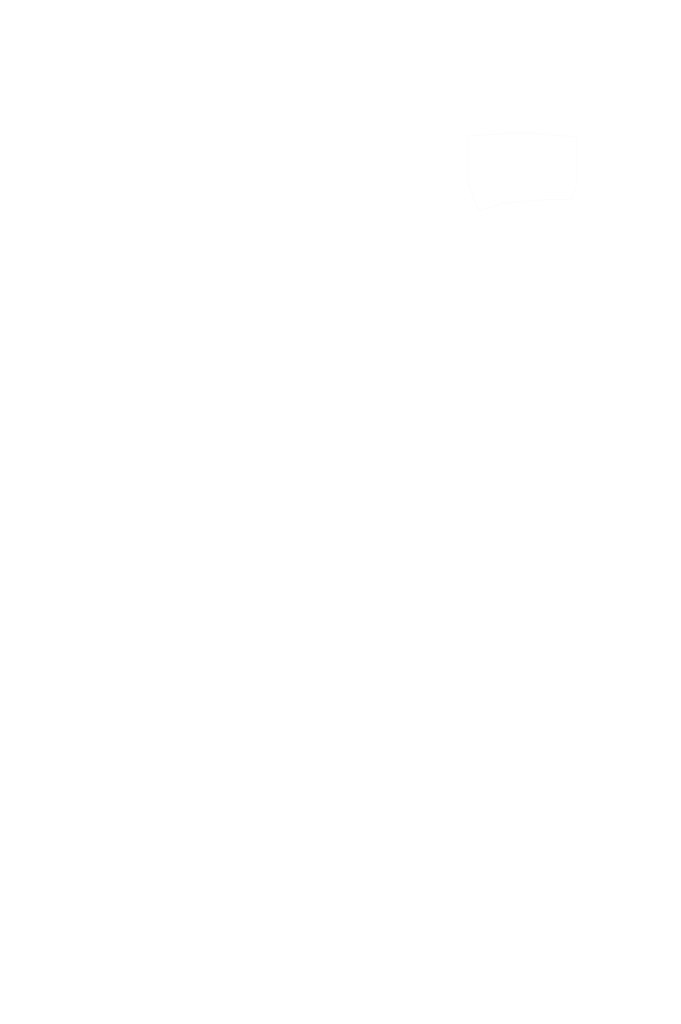
<source format=kicad_pcb>
(kicad_pcb (version 20211014) (generator pcbnew)
  (title_block (title "PolyKB Atom") (date "2022-02-01") (rev "2.1") (company "thpoll"))
  (layers (0 "F.Cu" signal) (31 "B.Cu" signal) (34 "B.Paste" user) (35 "F.Paste" user) (36 "B.SilkS" user "B.Silkscreen") (37 "F.SilkS" user "F.Silkscreen") (38 "B.Mask" user) (39 "F.Mask" user) (44 "Edge.Cuts" user))
  (net 0 "")
  (footprint "" (layer "F.Cu") (at 54.288 105.2)
    (fp_text reference "" (at 0 0) (layer "F.SilkS") (effects (font (size 1.27 1.27))))
    (fp_text value "" (at 0 0) (layer "F.SilkS") (effects (font (size 1.27 1.27))))
    (pad "" np_thru_hole circle (at 0 0 195) (size 3 3) (drill 3) (layers F&B.Cu *.Mask))
  )
  (footprint "" (layer "F.Cu") (at 70.288 153.2)
    (fp_text reference "" (at 0 0) (layer "F.SilkS") (effects (font (size 1.27 1.27))))
    (fp_text value "" (at 0 0) (layer "F.SilkS") (effects (font (size 1.27 1.27))))
    (pad "" np_thru_hole circle (at 0 0 195) (size 3 3) (drill 3) (layers F&B.Cu *.Mask))
  )
  (footprint "" (layer "F.Cu") (at 131.238 117.2)
    (fp_text reference "" (at 0 0) (layer "F.SilkS") (effects (font (size 1.27 1.27))))
    (fp_text value "" (at 0 0) (layer "F.SilkS") (effects (font (size 1.27 1.27))))
    (pad "" np_thru_hole circle (at 0 0 195) (size 3 3) (drill 3) (layers F&B.Cu *.Mask))
  )
  (footprint "" (layer "F.Cu") (at 226.288 40.2)
    (fp_text reference "" (at 0 0) (layer "F.SilkS") (effects (font (size 1.27 1.27))))
    (fp_text value "" (at 0 0) (layer "F.SilkS") (effects (font (size 1.27 1.27))))
    (pad "" np_thru_hole circle (at 0 0 195) (size 3 3) (drill 3) (layers F&B.Cu *.Mask))
  )
  (footprint "" (layer "F.Cu") (at 221.288 134.2)
    (fp_text reference "" (at 0 0) (layer "F.SilkS") (effects (font (size 1.27 1.27))))
    (fp_text value "" (at 0 0) (layer "F.SilkS") (effects (font (size 1.27 1.27))))
    (pad "" np_thru_hole circle (at 0 0 195) (size 3 3) (drill 3) (layers F&B.Cu *.Mask))
  )
  (footprint "" (layer "F.Cu") (at 138.838 33.7)
    (fp_text reference "" (at 0 0) (layer "F.SilkS") (effects (font (size 1.27 1.27))))
    (fp_text value "" (at 0 0) (layer "F.SilkS") (effects (font (size 1.27 1.27))))
    (pad "" np_thru_hole circle (at 0 0 195) (size 3 3) (drill 3) (layers F&B.Cu *.Mask))
  )
  (footprint "" (layer "F.Cu") (at 82.181 56)
    (fp_text reference "" (at 0 0) (layer "F.SilkS") (effects (font (size 1.27 1.27))))
    (fp_text value "" (at 0 0) (layer "F.SilkS") (effects (font (size 1.27 1.27))))
    (pad "" np_thru_hole circle (at 0 0 195) (size 3 3) (drill 3) (layers F&B.Cu *.Mask))
  )
  (footprint "" (layer "F.Cu") (at 199.481 81.1)
    (fp_text reference "" (at 0 0) (layer "F.SilkS") (effects (font (size 1.27 1.27))))
    (fp_text value "" (at 0 0) (layer "F.SilkS") (effects (font (size 1.27 1.27))))
    (pad "" np_thru_hole circle (at 0 0 195) (size 3 3) (drill 3) (layers F&B.Cu *.Mask))
  )
  (footprint "" (layer "B.Cu") (at 53.806 37.3978 -165)
    (fp_text reference "" (at 0 0 15) (layer "B.SilkS") (effects (font (size 1.27 1.27)) (justify mirror)))
    (fp_text value "" (at 0 0 15) (layer "B.SilkS") (effects (font (size 1.27 1.27)) (justify mirror)))
    (pad "" np_thru_hole circle (at 0 0 195) (size 3 3) (drill 3) (layers F&B.Cu *.Mask))
  )
  (gr_line (start 5.676 -46.4967) (end 5.826 -46.4967) (layer "B.SilkS") (width 0.12))
  (gr_line (start 406.2645 -167.5537) (end 406.4145 -167.5537) (layer "B.SilkS") (width 0.12))
  (gr_line (start -733.104 1518.485687) (end -732.954 1518.485687) (layer "B.SilkS") (width 0.12))
  (gr_line (start 229.836 -124.6167) (end 229.986 -124.6167) (layer "B.SilkS") (width 0.12))
  (gr_line (start 43.776 -1.4067) (end 43.926 -1.4067) (layer "B.SilkS") (width 0.12))
  (gr_line (start 406.2645 -193.5937) (end 406.4145 -193.5937) (layer "B.SilkS") (width 0.12))
  (gr_line (start 68.302 158.2028) (end 70.302 158.2028) (layer "Edge.Cuts") (width 0.1))
  (gr_line (start 49.304 82) (end 49.302 109.2028) (layer "Edge.Cuts") (width 0.1))
  (gr_line (start 225.302 137.2028) (end 231.302 118.2028) (layer "Edge.Cuts") (width 0.1))
  (gr_line (start 160.104 29.2) (end 230.302 35.2028) (layer "Edge.Cuts") (width 0.1))
  (gr_line (start 66.302 157.2028) (end 68.302 158.2028) (layer "Edge.Cuts") (width 0.1))
  (gr_line (start 50.302 113.2028) (end 66.302 157.2028) (layer "Edge.Cuts") (width 0.1))
  (gr_line (start 49.302 109.2028) (end 50.302 113.2028) (layer "Edge.Cuts") (width 0.1))
  (gr_line (start 51.302 33.2028) (end 49.302 35.2028) (layer "Edge.Cuts") (width 0.1))
  (gr_line (start 70.302 158.2028) (end 110.302 146.2028) (layer "Edge.Cuts") (width 0.1))
  (gr_line (start 49.302 35.2028) (end 49.304 82) (layer "Edge.Cuts") (width 0.1))
  (gr_line (start 118.604 29.2) (end 51.302 33.2028) (layer "Edge.Cuts") (width 0.1))
  (gr_line (start 118.604 29.2) (end 160.104 29.2) (layer "Edge.Cuts") (width 0.1))
  (gr_line (start 110.302 146.2028) (end 179.302 140.2028) (layer "Edge.Cuts") (width 0.1))
  (gr_line (start 222.302 140.2028) (end 225.302 137.2028) (layer "Edge.Cuts") (width 0.1))
  (gr_line (start 179.302 140.2028) (end 222.302 140.2028) (layer "Edge.Cuts") (width 0.1))
  (gr_line (start 71.608304 149.718282) (end 71.608304 149.718282) (layer "Edge.Cuts") (width 0.001))
  (gr_line (start 231.302 118.2028) (end 231.302 36.2028) (layer "Edge.Cuts") (width 0.1))
  (gr_line (start 231.302 36.2028) (end 230.302 35.2028) (layer "Edge.Cuts") (width 0.1))
)
</source>
